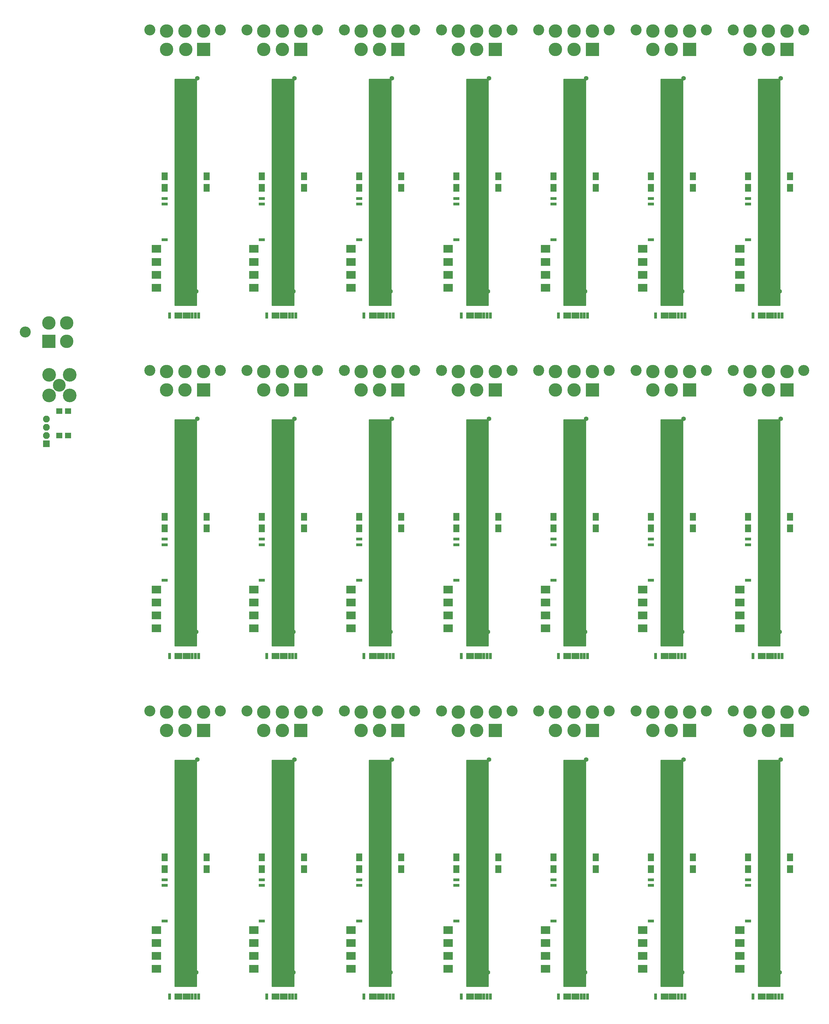
<source format=gbr>
G04 #@! TF.FileFunction,Soldermask,Top*
%FSLAX46Y46*%
G04 Gerber Fmt 4.6, Leading zero omitted, Abs format (unit mm)*
G04 Created by KiCad (PCBNEW 4.0.6) date Wed Aug 16 17:31:40 2017*
%MOMM*%
%LPD*%
G01*
G04 APERTURE LIST*
%ADD10C,0.100000*%
%ADD11C,1.400000*%
%ADD12R,2.900000X2.400000*%
%ADD13R,2.100000X2.100000*%
%ADD14O,2.100000X2.100000*%
%ADD15R,1.900000X1.700000*%
%ADD16C,4.210000*%
%ADD17C,3.956000*%
%ADD18R,1.924000X2.432000*%
%ADD19R,2.432000X1.924000*%
%ADD20R,0.908000X1.924000*%
%ADD21R,1.924000X0.908000*%
%ADD22R,4.150000X4.150000*%
%ADD23C,4.150000*%
%ADD24C,3.400000*%
%ADD25C,0.254000*%
G04 APERTURE END LIST*
D10*
D11*
X307730000Y-346564400D03*
X277730000Y-346564400D03*
X247730000Y-346564400D03*
X217730000Y-346564400D03*
X187730000Y-346564400D03*
X157730000Y-346564400D03*
X127730000Y-346564400D03*
X307730000Y-241564400D03*
X277730000Y-241564400D03*
X247730000Y-241564400D03*
X217730000Y-241564400D03*
X187730000Y-241564400D03*
X157730000Y-241564400D03*
X127730000Y-241564400D03*
X307730000Y-136564400D03*
X277730000Y-136564400D03*
X247730000Y-136564400D03*
X217730000Y-136564400D03*
X187730000Y-136564400D03*
X157730000Y-136564400D03*
X308085600Y-280905400D03*
X278085600Y-280905400D03*
X248085600Y-280905400D03*
X218085600Y-280905400D03*
X188085600Y-280905400D03*
X158085600Y-280905400D03*
X128085600Y-280905400D03*
X308085600Y-175905400D03*
X278085600Y-175905400D03*
X248085600Y-175905400D03*
X218085600Y-175905400D03*
X188085600Y-175905400D03*
X158085600Y-175905400D03*
X128085600Y-175905400D03*
X308085600Y-70905400D03*
X278085600Y-70905400D03*
X248085600Y-70905400D03*
X218085600Y-70905400D03*
X188085600Y-70905400D03*
X158085600Y-70905400D03*
X127730000Y-136564400D03*
D12*
X115500000Y-131500000D03*
X115500000Y-135500000D03*
D13*
X81500000Y-183540000D03*
D14*
X81500000Y-181000000D03*
X81500000Y-178460000D03*
X81500000Y-175920000D03*
D15*
X88200000Y-181000000D03*
X85500000Y-181000000D03*
X88200000Y-173500000D03*
X85500000Y-173500000D03*
D12*
X295500000Y-131500000D03*
X295500000Y-135500000D03*
X205500000Y-131500000D03*
X205500000Y-135500000D03*
X265500000Y-131500000D03*
X265500000Y-135500000D03*
X175500000Y-131500000D03*
X175500000Y-135500000D03*
X235500000Y-131500000D03*
X235500000Y-135500000D03*
X145500000Y-131500000D03*
X145500000Y-135500000D03*
X115500000Y-341500000D03*
X115500000Y-345500000D03*
X295500000Y-341500000D03*
X295500000Y-345500000D03*
X205500000Y-341500000D03*
X205500000Y-345500000D03*
X265500000Y-341500000D03*
X265500000Y-345500000D03*
X175500000Y-341500000D03*
X175500000Y-345500000D03*
X235500000Y-341500000D03*
X235500000Y-345500000D03*
X145500000Y-341500000D03*
X145500000Y-345500000D03*
X115500000Y-236500000D03*
X115500000Y-240500000D03*
X295500000Y-236500000D03*
X295500000Y-240500000D03*
X205500000Y-236500000D03*
X205500000Y-240500000D03*
X265500000Y-236500000D03*
X265500000Y-240500000D03*
X175500000Y-236500000D03*
X175500000Y-240500000D03*
X235500000Y-236500000D03*
X235500000Y-240500000D03*
X145500000Y-236500000D03*
X145500000Y-240500000D03*
X115500000Y-123500000D03*
X115500000Y-127500000D03*
X295500000Y-123500000D03*
X295500000Y-127500000D03*
X205500000Y-123500000D03*
X205500000Y-127500000D03*
X265500000Y-123500000D03*
X265500000Y-127500000D03*
X175500000Y-123500000D03*
X175500000Y-127500000D03*
X235500000Y-123500000D03*
X235500000Y-127500000D03*
X145500000Y-123500000D03*
X145500000Y-127500000D03*
X115500000Y-333500000D03*
X115500000Y-337500000D03*
X295500000Y-333500000D03*
X295500000Y-337500000D03*
X205500000Y-333500000D03*
X205500000Y-337500000D03*
X265500000Y-333500000D03*
X265500000Y-337500000D03*
X175500000Y-333500000D03*
X175500000Y-337500000D03*
X235500000Y-333500000D03*
X235500000Y-337500000D03*
X145500000Y-333500000D03*
X145500000Y-337500000D03*
X115500000Y-228500000D03*
X115500000Y-232500000D03*
X295500000Y-228500000D03*
X295500000Y-232500000D03*
X205500000Y-228500000D03*
X205500000Y-232500000D03*
X265500000Y-228500000D03*
X265500000Y-232500000D03*
X175500000Y-228500000D03*
X175500000Y-232500000D03*
X235500000Y-228500000D03*
X235500000Y-232500000D03*
X145500000Y-228500000D03*
X145500000Y-232500000D03*
D16*
X82350000Y-162350000D03*
D17*
X85525000Y-165525000D03*
D16*
X88700000Y-162350000D03*
X82350000Y-168700000D03*
X88700000Y-168700000D03*
D18*
X161000000Y-206100000D03*
X148000000Y-206100000D03*
X161000000Y-209700000D03*
X148000000Y-209700000D03*
D19*
X152250000Y-249000000D03*
X154750000Y-249000000D03*
D18*
X251000000Y-206100000D03*
X238000000Y-206100000D03*
X251000000Y-209700000D03*
X238000000Y-209700000D03*
D19*
X242250000Y-249000000D03*
X244750000Y-249000000D03*
D18*
X191000000Y-206100000D03*
X178000000Y-206100000D03*
X191000000Y-209700000D03*
X178000000Y-209700000D03*
D19*
X182250000Y-249000000D03*
X184750000Y-249000000D03*
D18*
X281000000Y-206100000D03*
X268000000Y-206100000D03*
X281000000Y-209700000D03*
X268000000Y-209700000D03*
D19*
X272250000Y-249000000D03*
X274750000Y-249000000D03*
D18*
X221000000Y-206100000D03*
X208000000Y-206100000D03*
X221000000Y-209700000D03*
X208000000Y-209700000D03*
D19*
X212250000Y-249000000D03*
X214750000Y-249000000D03*
D18*
X311000000Y-206100000D03*
X298000000Y-206100000D03*
X311000000Y-209700000D03*
X298000000Y-209700000D03*
D19*
X302250000Y-249000000D03*
X304750000Y-249000000D03*
D18*
X131000000Y-206100000D03*
X118000000Y-206100000D03*
X131000000Y-209700000D03*
X118000000Y-209700000D03*
D19*
X122250000Y-249000000D03*
X124750000Y-249000000D03*
D18*
X161000000Y-311100000D03*
X148000000Y-311100000D03*
X161000000Y-314700000D03*
X148000000Y-314700000D03*
D19*
X152250000Y-354000000D03*
X154750000Y-354000000D03*
D18*
X251000000Y-311100000D03*
X238000000Y-311100000D03*
X251000000Y-314700000D03*
X238000000Y-314700000D03*
D19*
X242250000Y-354000000D03*
X244750000Y-354000000D03*
D18*
X191000000Y-311100000D03*
X178000000Y-311100000D03*
X191000000Y-314700000D03*
X178000000Y-314700000D03*
D19*
X182250000Y-354000000D03*
X184750000Y-354000000D03*
D18*
X281000000Y-311100000D03*
X268000000Y-311100000D03*
X281000000Y-314700000D03*
X268000000Y-314700000D03*
D19*
X272250000Y-354000000D03*
X274750000Y-354000000D03*
D18*
X221000000Y-311100000D03*
X208000000Y-311100000D03*
X221000000Y-314700000D03*
X208000000Y-314700000D03*
D19*
X212250000Y-354000000D03*
X214750000Y-354000000D03*
D18*
X311000000Y-311100000D03*
X298000000Y-311100000D03*
X311000000Y-314700000D03*
X298000000Y-314700000D03*
D19*
X302250000Y-354000000D03*
X304750000Y-354000000D03*
D18*
X131000000Y-311100000D03*
X118000000Y-311100000D03*
X131000000Y-314700000D03*
X118000000Y-314700000D03*
D19*
X122250000Y-354000000D03*
X124750000Y-354000000D03*
D18*
X161000000Y-101100000D03*
X148000000Y-101100000D03*
X161000000Y-104700000D03*
X148000000Y-104700000D03*
D19*
X152250000Y-144000000D03*
X154750000Y-144000000D03*
D18*
X251000000Y-101100000D03*
X238000000Y-101100000D03*
X251000000Y-104700000D03*
X238000000Y-104700000D03*
D19*
X242250000Y-144000000D03*
X244750000Y-144000000D03*
D18*
X191000000Y-101100000D03*
X178000000Y-101100000D03*
X191000000Y-104700000D03*
X178000000Y-104700000D03*
D19*
X182250000Y-144000000D03*
X184750000Y-144000000D03*
D18*
X281000000Y-101100000D03*
X268000000Y-101100000D03*
X281000000Y-104700000D03*
X268000000Y-104700000D03*
D19*
X272250000Y-144000000D03*
X274750000Y-144000000D03*
D18*
X221000000Y-101100000D03*
X208000000Y-101100000D03*
X221000000Y-104700000D03*
X208000000Y-104700000D03*
D19*
X212250000Y-144000000D03*
X214750000Y-144000000D03*
D18*
X311000000Y-101100000D03*
X298000000Y-101100000D03*
X311000000Y-104700000D03*
X298000000Y-104700000D03*
D19*
X302250000Y-144000000D03*
X304750000Y-144000000D03*
D18*
X131000000Y-101100000D03*
X118000000Y-101100000D03*
X131000000Y-104700000D03*
X118000000Y-104700000D03*
D19*
X122250000Y-144000000D03*
X124750000Y-144000000D03*
D20*
X119500000Y-144000000D03*
D21*
X148000000Y-214700000D03*
D20*
X149500000Y-249000000D03*
D21*
X148000000Y-213000000D03*
D20*
X158500000Y-249000000D03*
D21*
X148000000Y-225700000D03*
D20*
X157500000Y-249000000D03*
X156500000Y-249000000D03*
D21*
X238000000Y-214700000D03*
D20*
X239500000Y-249000000D03*
D21*
X238000000Y-213000000D03*
D20*
X248500000Y-249000000D03*
D21*
X238000000Y-225700000D03*
D20*
X247500000Y-249000000D03*
X246500000Y-249000000D03*
D21*
X178000000Y-214700000D03*
D20*
X179500000Y-249000000D03*
D21*
X178000000Y-213000000D03*
D20*
X188500000Y-249000000D03*
D21*
X178000000Y-225700000D03*
D20*
X187500000Y-249000000D03*
X186500000Y-249000000D03*
D21*
X268000000Y-214700000D03*
D20*
X269500000Y-249000000D03*
D21*
X268000000Y-213000000D03*
D20*
X278500000Y-249000000D03*
D21*
X268000000Y-225700000D03*
D20*
X277500000Y-249000000D03*
X276500000Y-249000000D03*
D21*
X208000000Y-214700000D03*
D20*
X209500000Y-249000000D03*
D21*
X208000000Y-213000000D03*
D20*
X218500000Y-249000000D03*
D21*
X208000000Y-225700000D03*
D20*
X217500000Y-249000000D03*
X216500000Y-249000000D03*
D21*
X298000000Y-214700000D03*
D20*
X299500000Y-249000000D03*
D21*
X298000000Y-213000000D03*
D20*
X308500000Y-249000000D03*
D21*
X298000000Y-225700000D03*
D20*
X307500000Y-249000000D03*
X306500000Y-249000000D03*
D21*
X118000000Y-214700000D03*
D20*
X119500000Y-249000000D03*
D21*
X118000000Y-213000000D03*
D20*
X128500000Y-249000000D03*
D21*
X118000000Y-225700000D03*
D20*
X127500000Y-249000000D03*
X126500000Y-249000000D03*
D21*
X148000000Y-319700000D03*
D20*
X149500000Y-354000000D03*
D21*
X148000000Y-318000000D03*
D20*
X158500000Y-354000000D03*
D21*
X148000000Y-330700000D03*
D20*
X157500000Y-354000000D03*
X156500000Y-354000000D03*
D21*
X238000000Y-319700000D03*
D20*
X239500000Y-354000000D03*
D21*
X238000000Y-318000000D03*
D20*
X248500000Y-354000000D03*
D21*
X238000000Y-330700000D03*
D20*
X247500000Y-354000000D03*
X246500000Y-354000000D03*
D21*
X178000000Y-319700000D03*
D20*
X179500000Y-354000000D03*
D21*
X178000000Y-318000000D03*
D20*
X188500000Y-354000000D03*
D21*
X178000000Y-330700000D03*
D20*
X187500000Y-354000000D03*
X186500000Y-354000000D03*
D21*
X268000000Y-319700000D03*
D20*
X269500000Y-354000000D03*
D21*
X268000000Y-318000000D03*
D20*
X278500000Y-354000000D03*
D21*
X268000000Y-330700000D03*
D20*
X277500000Y-354000000D03*
X276500000Y-354000000D03*
D21*
X208000000Y-319700000D03*
D20*
X209500000Y-354000000D03*
D21*
X208000000Y-318000000D03*
D20*
X218500000Y-354000000D03*
D21*
X208000000Y-330700000D03*
D20*
X217500000Y-354000000D03*
X216500000Y-354000000D03*
D21*
X298000000Y-319700000D03*
D20*
X299500000Y-354000000D03*
D21*
X298000000Y-318000000D03*
D20*
X308500000Y-354000000D03*
D21*
X298000000Y-330700000D03*
D20*
X307500000Y-354000000D03*
X306500000Y-354000000D03*
D21*
X118000000Y-319700000D03*
D20*
X119500000Y-354000000D03*
D21*
X118000000Y-318000000D03*
D20*
X128500000Y-354000000D03*
D21*
X118000000Y-330700000D03*
D20*
X127500000Y-354000000D03*
X126500000Y-354000000D03*
D21*
X148000000Y-109700000D03*
D20*
X149500000Y-144000000D03*
D21*
X148000000Y-108000000D03*
D20*
X158500000Y-144000000D03*
D21*
X148000000Y-120700000D03*
D20*
X157500000Y-144000000D03*
X156500000Y-144000000D03*
D21*
X238000000Y-109700000D03*
D20*
X239500000Y-144000000D03*
D21*
X238000000Y-108000000D03*
D20*
X248500000Y-144000000D03*
D21*
X238000000Y-120700000D03*
D20*
X247500000Y-144000000D03*
X246500000Y-144000000D03*
D21*
X178000000Y-109700000D03*
D20*
X179500000Y-144000000D03*
D21*
X178000000Y-108000000D03*
D20*
X188500000Y-144000000D03*
D21*
X178000000Y-120700000D03*
D20*
X187500000Y-144000000D03*
X186500000Y-144000000D03*
D21*
X268000000Y-109700000D03*
D20*
X269500000Y-144000000D03*
D21*
X268000000Y-108000000D03*
D20*
X278500000Y-144000000D03*
D21*
X268000000Y-120700000D03*
D20*
X277500000Y-144000000D03*
X276500000Y-144000000D03*
D21*
X208000000Y-109700000D03*
D20*
X209500000Y-144000000D03*
D21*
X208000000Y-108000000D03*
D20*
X218500000Y-144000000D03*
D21*
X208000000Y-120700000D03*
D20*
X217500000Y-144000000D03*
X216500000Y-144000000D03*
D21*
X298000000Y-109700000D03*
D20*
X299500000Y-144000000D03*
D21*
X298000000Y-108000000D03*
D20*
X308500000Y-144000000D03*
D21*
X298000000Y-120700000D03*
D20*
X307500000Y-144000000D03*
X306500000Y-144000000D03*
D21*
X118000000Y-109700000D03*
X118000000Y-108000000D03*
D20*
X128500000Y-144000000D03*
D21*
X118000000Y-120700000D03*
D20*
X127500000Y-144000000D03*
X126500000Y-144000000D03*
D22*
X82300000Y-152000000D03*
D23*
X82300000Y-146300000D03*
X87800000Y-152000000D03*
X87800000Y-146300000D03*
D24*
X75000000Y-149150000D03*
D22*
X130000000Y-62000000D03*
D23*
X124500000Y-62000000D03*
X118600000Y-62000000D03*
X130000000Y-56300000D03*
X124300000Y-56300000D03*
X118600000Y-56300000D03*
D24*
X135175000Y-55970000D03*
X113425000Y-55970000D03*
D22*
X160000000Y-62000000D03*
D23*
X154300000Y-62000000D03*
X148600000Y-62000000D03*
X160000000Y-56300000D03*
X154300000Y-56300000D03*
X148600000Y-56300000D03*
D24*
X165175000Y-55970000D03*
X143425000Y-55970000D03*
D22*
X190000000Y-62000000D03*
D23*
X184300000Y-62000000D03*
X178600000Y-62000000D03*
X190000000Y-56300000D03*
X184300000Y-56300000D03*
X178600000Y-56300000D03*
D24*
X195175000Y-55970000D03*
X173425000Y-55970000D03*
D22*
X220000000Y-62000000D03*
D23*
X214300000Y-62000000D03*
X208600000Y-62000000D03*
X220000000Y-56300000D03*
X214300000Y-56300000D03*
X208600000Y-56300000D03*
D24*
X225175000Y-55970000D03*
X203425000Y-55970000D03*
D22*
X250000000Y-62000000D03*
D23*
X244300000Y-62000000D03*
X238600000Y-62000000D03*
X250000000Y-56300000D03*
X244300000Y-56300000D03*
X238600000Y-56300000D03*
D24*
X255175000Y-55970000D03*
X233425000Y-55970000D03*
D22*
X280000000Y-62000000D03*
D23*
X274300000Y-62000000D03*
X268600000Y-62000000D03*
X280000000Y-56300000D03*
X274300000Y-56300000D03*
X268600000Y-56300000D03*
D24*
X285175000Y-55970000D03*
X263425000Y-55970000D03*
D22*
X310000000Y-62000000D03*
D23*
X304300000Y-62000000D03*
X298600000Y-62000000D03*
X310000000Y-56300000D03*
X304300000Y-56300000D03*
X298600000Y-56300000D03*
D24*
X315175000Y-55970000D03*
X293425000Y-55970000D03*
D22*
X130000000Y-167000000D03*
D23*
X124300000Y-167000000D03*
X118600000Y-167000000D03*
X130000000Y-161300000D03*
X124300000Y-161300000D03*
X118600000Y-161300000D03*
D24*
X135175000Y-160970000D03*
X113425000Y-160970000D03*
D22*
X160000000Y-167000000D03*
D23*
X154300000Y-167000000D03*
X148600000Y-167000000D03*
X160000000Y-161300000D03*
X154300000Y-161300000D03*
X148600000Y-161300000D03*
D24*
X165175000Y-160970000D03*
X143425000Y-160970000D03*
D22*
X190000000Y-167000000D03*
D23*
X184300000Y-167000000D03*
X178600000Y-167000000D03*
X190000000Y-161300000D03*
X184300000Y-161300000D03*
X178600000Y-161300000D03*
D24*
X195175000Y-160970000D03*
X173425000Y-160970000D03*
D22*
X220000000Y-167000000D03*
D23*
X214300000Y-167000000D03*
X208600000Y-167000000D03*
X220000000Y-161300000D03*
X214300000Y-161300000D03*
X208600000Y-161300000D03*
D24*
X225175000Y-160970000D03*
X203425000Y-160970000D03*
D22*
X250000000Y-167000000D03*
D23*
X244300000Y-167000000D03*
X238600000Y-167000000D03*
X250000000Y-161300000D03*
X244300000Y-161300000D03*
X238600000Y-161300000D03*
D24*
X255175000Y-160970000D03*
X233425000Y-160970000D03*
D22*
X280000000Y-167000000D03*
D23*
X274300000Y-167000000D03*
X268600000Y-167000000D03*
X280000000Y-161300000D03*
X274300000Y-161300000D03*
X268600000Y-161300000D03*
D24*
X285175000Y-160970000D03*
X263425000Y-160970000D03*
D22*
X310000000Y-167000000D03*
D23*
X304300000Y-167000000D03*
X298600000Y-167000000D03*
X310000000Y-161300000D03*
X304300000Y-161300000D03*
X298600000Y-161300000D03*
D24*
X315175000Y-160970000D03*
X293425000Y-160970000D03*
D22*
X130000000Y-272000000D03*
D23*
X124300000Y-272000000D03*
X118600000Y-272000000D03*
X130000000Y-266300000D03*
X124300000Y-266300000D03*
X118600000Y-266300000D03*
D24*
X135175000Y-265970000D03*
X113425000Y-265970000D03*
D22*
X160000000Y-272000000D03*
D23*
X154300000Y-272000000D03*
X148600000Y-272000000D03*
X160000000Y-266300000D03*
X154300000Y-266300000D03*
X148600000Y-266300000D03*
D24*
X165175000Y-265970000D03*
X143425000Y-265970000D03*
D22*
X190000000Y-272000000D03*
D23*
X184300000Y-272000000D03*
X178600000Y-272000000D03*
X190000000Y-266300000D03*
X184300000Y-266300000D03*
X178600000Y-266300000D03*
D24*
X195175000Y-265970000D03*
X173425000Y-265970000D03*
D22*
X220000000Y-272000000D03*
D23*
X214300000Y-272000000D03*
X208600000Y-272000000D03*
X220000000Y-266300000D03*
X214300000Y-266300000D03*
X208600000Y-266300000D03*
D24*
X225175000Y-265970000D03*
X203425000Y-265970000D03*
D22*
X250000000Y-272000000D03*
D23*
X244300000Y-272000000D03*
X238600000Y-272000000D03*
X250000000Y-266300000D03*
X244300000Y-266300000D03*
X238600000Y-266300000D03*
D24*
X255175000Y-265970000D03*
X233425000Y-265970000D03*
D22*
X280000000Y-272000000D03*
D23*
X274300000Y-272000000D03*
X268600000Y-272000000D03*
X280000000Y-266300000D03*
X274300000Y-266300000D03*
X268600000Y-266300000D03*
D24*
X285175000Y-265970000D03*
X263425000Y-265970000D03*
D22*
X310000000Y-272000000D03*
D23*
X304300000Y-272000000D03*
X298600000Y-272000000D03*
X310000000Y-266300000D03*
X304300000Y-266300000D03*
X298600000Y-266300000D03*
D24*
X315175000Y-265970000D03*
X293425000Y-265970000D03*
D11*
X128085600Y-70905400D03*
D25*
G36*
X127873000Y-140873000D02*
X121127000Y-140873000D01*
X121127000Y-71127000D01*
X127873000Y-71127000D01*
X127873000Y-140873000D01*
X127873000Y-140873000D01*
G37*
X127873000Y-140873000D02*
X121127000Y-140873000D01*
X121127000Y-71127000D01*
X127873000Y-71127000D01*
X127873000Y-140873000D01*
G36*
X157873000Y-140873000D02*
X151127000Y-140873000D01*
X151127000Y-71127000D01*
X157873000Y-71127000D01*
X157873000Y-140873000D01*
X157873000Y-140873000D01*
G37*
X157873000Y-140873000D02*
X151127000Y-140873000D01*
X151127000Y-71127000D01*
X157873000Y-71127000D01*
X157873000Y-140873000D01*
G36*
X187873000Y-140873000D02*
X181127000Y-140873000D01*
X181127000Y-71127000D01*
X187873000Y-71127000D01*
X187873000Y-140873000D01*
X187873000Y-140873000D01*
G37*
X187873000Y-140873000D02*
X181127000Y-140873000D01*
X181127000Y-71127000D01*
X187873000Y-71127000D01*
X187873000Y-140873000D01*
G36*
X217873000Y-140873000D02*
X211127000Y-140873000D01*
X211127000Y-71127000D01*
X217873000Y-71127000D01*
X217873000Y-140873000D01*
X217873000Y-140873000D01*
G37*
X217873000Y-140873000D02*
X211127000Y-140873000D01*
X211127000Y-71127000D01*
X217873000Y-71127000D01*
X217873000Y-140873000D01*
G36*
X247873000Y-140873000D02*
X241127000Y-140873000D01*
X241127000Y-71127000D01*
X247873000Y-71127000D01*
X247873000Y-140873000D01*
X247873000Y-140873000D01*
G37*
X247873000Y-140873000D02*
X241127000Y-140873000D01*
X241127000Y-71127000D01*
X247873000Y-71127000D01*
X247873000Y-140873000D01*
G36*
X277873000Y-140873000D02*
X271127000Y-140873000D01*
X271127000Y-71127000D01*
X277873000Y-71127000D01*
X277873000Y-140873000D01*
X277873000Y-140873000D01*
G37*
X277873000Y-140873000D02*
X271127000Y-140873000D01*
X271127000Y-71127000D01*
X277873000Y-71127000D01*
X277873000Y-140873000D01*
G36*
X307873000Y-140873000D02*
X301127000Y-140873000D01*
X301127000Y-71127000D01*
X307873000Y-71127000D01*
X307873000Y-140873000D01*
X307873000Y-140873000D01*
G37*
X307873000Y-140873000D02*
X301127000Y-140873000D01*
X301127000Y-71127000D01*
X307873000Y-71127000D01*
X307873000Y-140873000D01*
G36*
X127873000Y-245873000D02*
X121127000Y-245873000D01*
X121127000Y-176127000D01*
X127873000Y-176127000D01*
X127873000Y-245873000D01*
X127873000Y-245873000D01*
G37*
X127873000Y-245873000D02*
X121127000Y-245873000D01*
X121127000Y-176127000D01*
X127873000Y-176127000D01*
X127873000Y-245873000D01*
G36*
X157873000Y-245873000D02*
X151127000Y-245873000D01*
X151127000Y-176127000D01*
X157873000Y-176127000D01*
X157873000Y-245873000D01*
X157873000Y-245873000D01*
G37*
X157873000Y-245873000D02*
X151127000Y-245873000D01*
X151127000Y-176127000D01*
X157873000Y-176127000D01*
X157873000Y-245873000D01*
G36*
X187873000Y-245873000D02*
X181127000Y-245873000D01*
X181127000Y-176127000D01*
X187873000Y-176127000D01*
X187873000Y-245873000D01*
X187873000Y-245873000D01*
G37*
X187873000Y-245873000D02*
X181127000Y-245873000D01*
X181127000Y-176127000D01*
X187873000Y-176127000D01*
X187873000Y-245873000D01*
G36*
X217873000Y-245873000D02*
X211127000Y-245873000D01*
X211127000Y-176127000D01*
X217873000Y-176127000D01*
X217873000Y-245873000D01*
X217873000Y-245873000D01*
G37*
X217873000Y-245873000D02*
X211127000Y-245873000D01*
X211127000Y-176127000D01*
X217873000Y-176127000D01*
X217873000Y-245873000D01*
G36*
X247873000Y-245873000D02*
X241127000Y-245873000D01*
X241127000Y-176127000D01*
X247873000Y-176127000D01*
X247873000Y-245873000D01*
X247873000Y-245873000D01*
G37*
X247873000Y-245873000D02*
X241127000Y-245873000D01*
X241127000Y-176127000D01*
X247873000Y-176127000D01*
X247873000Y-245873000D01*
G36*
X277873000Y-245873000D02*
X271127000Y-245873000D01*
X271127000Y-176127000D01*
X277873000Y-176127000D01*
X277873000Y-245873000D01*
X277873000Y-245873000D01*
G37*
X277873000Y-245873000D02*
X271127000Y-245873000D01*
X271127000Y-176127000D01*
X277873000Y-176127000D01*
X277873000Y-245873000D01*
G36*
X307873000Y-245873000D02*
X301127000Y-245873000D01*
X301127000Y-176127000D01*
X307873000Y-176127000D01*
X307873000Y-245873000D01*
X307873000Y-245873000D01*
G37*
X307873000Y-245873000D02*
X301127000Y-245873000D01*
X301127000Y-176127000D01*
X307873000Y-176127000D01*
X307873000Y-245873000D01*
G36*
X127873000Y-350873000D02*
X121127000Y-350873000D01*
X121127000Y-281127000D01*
X127873000Y-281127000D01*
X127873000Y-350873000D01*
X127873000Y-350873000D01*
G37*
X127873000Y-350873000D02*
X121127000Y-350873000D01*
X121127000Y-281127000D01*
X127873000Y-281127000D01*
X127873000Y-350873000D01*
G36*
X157873000Y-350873000D02*
X151127000Y-350873000D01*
X151127000Y-281127000D01*
X157873000Y-281127000D01*
X157873000Y-350873000D01*
X157873000Y-350873000D01*
G37*
X157873000Y-350873000D02*
X151127000Y-350873000D01*
X151127000Y-281127000D01*
X157873000Y-281127000D01*
X157873000Y-350873000D01*
G36*
X187873000Y-350873000D02*
X181127000Y-350873000D01*
X181127000Y-281127000D01*
X187873000Y-281127000D01*
X187873000Y-350873000D01*
X187873000Y-350873000D01*
G37*
X187873000Y-350873000D02*
X181127000Y-350873000D01*
X181127000Y-281127000D01*
X187873000Y-281127000D01*
X187873000Y-350873000D01*
G36*
X217873000Y-350873000D02*
X211127000Y-350873000D01*
X211127000Y-281127000D01*
X217873000Y-281127000D01*
X217873000Y-350873000D01*
X217873000Y-350873000D01*
G37*
X217873000Y-350873000D02*
X211127000Y-350873000D01*
X211127000Y-281127000D01*
X217873000Y-281127000D01*
X217873000Y-350873000D01*
G36*
X247873000Y-350873000D02*
X241127000Y-350873000D01*
X241127000Y-281127000D01*
X247873000Y-281127000D01*
X247873000Y-350873000D01*
X247873000Y-350873000D01*
G37*
X247873000Y-350873000D02*
X241127000Y-350873000D01*
X241127000Y-281127000D01*
X247873000Y-281127000D01*
X247873000Y-350873000D01*
G36*
X277873000Y-350873000D02*
X271127000Y-350873000D01*
X271127000Y-281127000D01*
X277873000Y-281127000D01*
X277873000Y-350873000D01*
X277873000Y-350873000D01*
G37*
X277873000Y-350873000D02*
X271127000Y-350873000D01*
X271127000Y-281127000D01*
X277873000Y-281127000D01*
X277873000Y-350873000D01*
G36*
X307873000Y-350873000D02*
X301127000Y-350873000D01*
X301127000Y-281127000D01*
X307873000Y-281127000D01*
X307873000Y-350873000D01*
X307873000Y-350873000D01*
G37*
X307873000Y-350873000D02*
X301127000Y-350873000D01*
X301127000Y-281127000D01*
X307873000Y-281127000D01*
X307873000Y-350873000D01*
M02*

</source>
